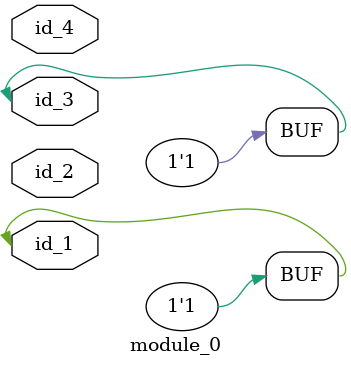
<source format=v>
module module_0 (
    id_1,
    id_2,
    id_3,
    id_4
);
  inout id_4;
  inout id_3;
  input id_2;
  inout id_1;
  assign id_3 = 1'd0 - 1;
  assign id_1 = 1;
endmodule

</source>
